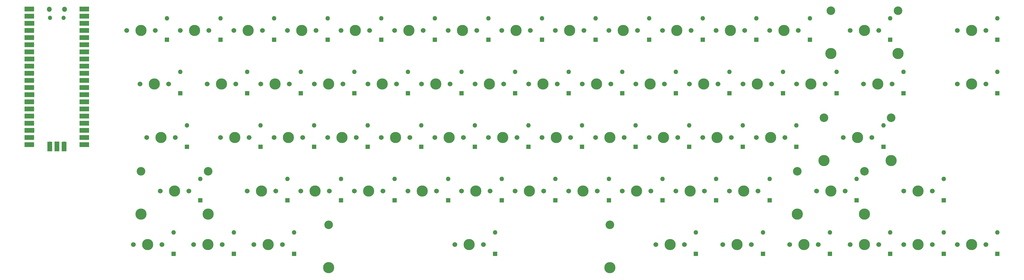
<source format=gbr>
%TF.GenerationSoftware,KiCad,Pcbnew,9.0.0*%
%TF.CreationDate,2025-03-16T11:43:05-04:00*%
%TF.ProjectId,big-board,6269672d-626f-4617-9264-2e6b69636164,rev?*%
%TF.SameCoordinates,Original*%
%TF.FileFunction,Soldermask,Top*%
%TF.FilePolarity,Negative*%
%FSLAX46Y46*%
G04 Gerber Fmt 4.6, Leading zero omitted, Abs format (unit mm)*
G04 Created by KiCad (PCBNEW 9.0.0) date 2025-03-16 11:43:05*
%MOMM*%
%LPD*%
G01*
G04 APERTURE LIST*
%ADD10C,1.701800*%
%ADD11C,3.987800*%
%ADD12C,3.048000*%
%ADD13O,1.800000X1.800000*%
%ADD14O,1.500000X1.500000*%
%ADD15O,1.700000X1.700000*%
%ADD16R,3.500000X1.700000*%
%ADD17R,1.700000X1.700000*%
%ADD18R,1.700000X3.500000*%
%ADD19R,1.600000X1.600000*%
%ADD20O,1.600000X1.600000*%
G04 APERTURE END LIST*
D10*
%TO.C,SW34*%
X140017500Y-157480000D03*
D11*
X145097500Y-157480000D03*
D10*
X150177500Y-157480000D03*
%TD*%
D12*
%TO.C,SW14*%
X318897000Y-112395000D03*
D11*
X318897000Y-127635000D03*
D10*
X325755000Y-119380000D03*
D11*
X330835000Y-119380000D03*
D10*
X335915000Y-119380000D03*
D12*
X342773000Y-112395000D03*
D11*
X342773000Y-127635000D03*
%TD*%
D10*
%TO.C,SW29*%
X330517500Y-138430000D03*
D11*
X335597500Y-138430000D03*
D10*
X340677500Y-138430000D03*
%TD*%
%TO.C,SW36*%
X178117500Y-157480000D03*
D11*
X183197500Y-157480000D03*
D10*
X188277500Y-157480000D03*
%TD*%
D12*
%TO.C,SW55*%
X306990750Y-169545000D03*
D11*
X306990750Y-184785000D03*
D10*
X313848750Y-176530000D03*
D11*
X318928750Y-176530000D03*
D10*
X324008750Y-176530000D03*
D12*
X330866750Y-169545000D03*
D11*
X330866750Y-184785000D03*
%TD*%
D10*
%TO.C,SW4*%
X125730000Y-119380000D03*
D11*
X130810000Y-119380000D03*
D10*
X135890000Y-119380000D03*
%TD*%
%TO.C,SW42*%
X292417500Y-157480000D03*
D11*
X297497500Y-157480000D03*
D10*
X302577500Y-157480000D03*
%TD*%
%TO.C,SW20*%
X154305000Y-138430000D03*
D11*
X159385000Y-138430000D03*
D10*
X164465000Y-138430000D03*
%TD*%
%TO.C,SW18*%
X116205000Y-138430000D03*
D11*
X121285000Y-138430000D03*
D10*
X126365000Y-138430000D03*
%TD*%
%TO.C,SW40*%
X254317500Y-157480000D03*
D11*
X259397500Y-157480000D03*
D10*
X264477500Y-157480000D03*
%TD*%
%TO.C,SW64*%
X325755000Y-195580000D03*
D11*
X330835000Y-195580000D03*
D10*
X335915000Y-195580000D03*
%TD*%
%TO.C,SW37*%
X197167500Y-157480000D03*
D11*
X202247500Y-157480000D03*
D10*
X207327500Y-157480000D03*
%TD*%
%TO.C,SW17*%
X97155000Y-138430000D03*
D11*
X102235000Y-138430000D03*
D10*
X107315000Y-138430000D03*
%TD*%
%TO.C,SW1*%
X68580000Y-119380000D03*
D11*
X73660000Y-119380000D03*
D10*
X78740000Y-119380000D03*
%TD*%
%TO.C,SW12*%
X278130000Y-119380000D03*
D11*
X283210000Y-119380000D03*
D10*
X288290000Y-119380000D03*
%TD*%
%TO.C,SW38*%
X216217500Y-157480000D03*
D11*
X221297500Y-157480000D03*
D10*
X226377500Y-157480000D03*
%TD*%
D12*
%TO.C,SW43*%
X316515750Y-150495000D03*
D11*
X316515750Y-165735000D03*
D10*
X323373750Y-157480000D03*
D11*
X328453750Y-157480000D03*
D10*
X333533750Y-157480000D03*
D12*
X340391750Y-150495000D03*
D11*
X340391750Y-165735000D03*
%TD*%
D10*
%TO.C,SW5*%
X144780000Y-119380000D03*
D11*
X149860000Y-119380000D03*
D10*
X154940000Y-119380000D03*
%TD*%
%TO.C,SW45*%
X111442500Y-176530000D03*
D11*
X116522500Y-176530000D03*
D10*
X121602500Y-176530000D03*
%TD*%
%TO.C,SW54*%
X282892500Y-176530000D03*
D11*
X287972500Y-176530000D03*
D10*
X293052500Y-176530000D03*
%TD*%
%TO.C,SW32*%
X101917500Y-157480000D03*
D11*
X106997500Y-157480000D03*
D10*
X112077500Y-157480000D03*
%TD*%
%TO.C,SW25*%
X249555000Y-138430000D03*
D11*
X254635000Y-138430000D03*
D10*
X259715000Y-138430000D03*
%TD*%
%TO.C,SW10*%
X240030000Y-119380000D03*
D11*
X245110000Y-119380000D03*
D10*
X250190000Y-119380000D03*
%TD*%
%TO.C,SW8*%
X201930000Y-119380000D03*
D11*
X207010000Y-119380000D03*
D10*
X212090000Y-119380000D03*
%TD*%
%TO.C,SW21*%
X173355000Y-138430000D03*
D11*
X178435000Y-138430000D03*
D10*
X183515000Y-138430000D03*
%TD*%
%TO.C,SW39*%
X235267500Y-157480000D03*
D11*
X240347500Y-157480000D03*
D10*
X245427500Y-157480000D03*
%TD*%
%TO.C,SW46*%
X130492500Y-176530000D03*
D11*
X135572500Y-176530000D03*
D10*
X140652500Y-176530000D03*
%TD*%
%TO.C,SW58*%
X92392500Y-195580000D03*
D11*
X97472500Y-195580000D03*
D10*
X102552500Y-195580000D03*
%TD*%
%TO.C,SW13*%
X297180000Y-119380000D03*
D11*
X302260000Y-119380000D03*
D10*
X307340000Y-119380000D03*
%TD*%
%TO.C,SW11*%
X259080000Y-119380000D03*
D11*
X264160000Y-119380000D03*
D10*
X269240000Y-119380000D03*
%TD*%
%TO.C,SW47*%
X149542500Y-176530000D03*
D11*
X154622500Y-176530000D03*
D10*
X159702500Y-176530000D03*
%TD*%
%TO.C,SW53*%
X263842500Y-176530000D03*
D11*
X268922500Y-176530000D03*
D10*
X274002500Y-176530000D03*
%TD*%
%TO.C,SW66*%
X363855000Y-195580000D03*
D11*
X368935000Y-195580000D03*
D10*
X374015000Y-195580000D03*
%TD*%
%TO.C,SW27*%
X287655000Y-138430000D03*
D11*
X292735000Y-138430000D03*
D10*
X297815000Y-138430000D03*
%TD*%
%TO.C,SW50*%
X206692500Y-176530000D03*
D11*
X211772500Y-176530000D03*
D10*
X216852500Y-176530000D03*
%TD*%
%TO.C,SW26*%
X268605000Y-138430000D03*
D11*
X273685000Y-138430000D03*
D10*
X278765000Y-138430000D03*
%TD*%
%TO.C,SW62*%
X280511250Y-195580000D03*
D11*
X285591250Y-195580000D03*
D10*
X290671250Y-195580000D03*
%TD*%
%TO.C,SW35*%
X159067500Y-157480000D03*
D11*
X164147500Y-157480000D03*
D10*
X169227500Y-157480000D03*
%TD*%
%TO.C,SW24*%
X230505000Y-138430000D03*
D11*
X235585000Y-138430000D03*
D10*
X240665000Y-138430000D03*
%TD*%
%TO.C,SW28*%
X306705000Y-138430000D03*
D11*
X311785000Y-138430000D03*
D10*
X316865000Y-138430000D03*
%TD*%
%TO.C,SW57*%
X70961250Y-195580000D03*
D11*
X76041250Y-195580000D03*
D10*
X81121250Y-195580000D03*
%TD*%
%TO.C,SW33*%
X120967500Y-157480000D03*
D11*
X126047500Y-157480000D03*
D10*
X131127500Y-157480000D03*
%TD*%
%TO.C,SW7*%
X182880000Y-119380000D03*
D11*
X187960000Y-119380000D03*
D10*
X193040000Y-119380000D03*
%TD*%
%TO.C,SW2*%
X87630000Y-119380000D03*
D11*
X92710000Y-119380000D03*
D10*
X97790000Y-119380000D03*
%TD*%
%TO.C,SW65*%
X344805000Y-195580000D03*
D11*
X349885000Y-195580000D03*
D10*
X354965000Y-195580000D03*
%TD*%
%TO.C,SW63*%
X304323750Y-195580000D03*
D11*
X309403750Y-195580000D03*
D10*
X314483750Y-195580000D03*
%TD*%
D12*
%TO.C,SW44*%
X73628250Y-169545000D03*
D11*
X73628250Y-184785000D03*
D10*
X80486250Y-176530000D03*
D11*
X85566250Y-176530000D03*
D10*
X90646250Y-176530000D03*
D12*
X97504250Y-169545000D03*
D11*
X97504250Y-184785000D03*
%TD*%
D10*
%TO.C,SW22*%
X192405000Y-138430000D03*
D11*
X197485000Y-138430000D03*
D10*
X202565000Y-138430000D03*
%TD*%
%TO.C,SW52*%
X244792500Y-176530000D03*
D11*
X249872500Y-176530000D03*
D10*
X254952500Y-176530000D03*
%TD*%
%TO.C,SW3*%
X106680000Y-119380000D03*
D11*
X111760000Y-119380000D03*
D10*
X116840000Y-119380000D03*
%TD*%
%TO.C,SW19*%
X135255000Y-138430000D03*
D11*
X140335000Y-138430000D03*
D10*
X145415000Y-138430000D03*
%TD*%
%TO.C,SW56*%
X344805000Y-176530000D03*
D11*
X349885000Y-176530000D03*
D10*
X354965000Y-176530000D03*
%TD*%
%TO.C,SW51*%
X225742500Y-176530000D03*
D11*
X230822500Y-176530000D03*
D10*
X235902500Y-176530000D03*
%TD*%
%TO.C,SW31*%
X75723750Y-157480000D03*
D11*
X80803750Y-157480000D03*
D10*
X85883750Y-157480000D03*
%TD*%
%TO.C,SW9*%
X220980000Y-119380000D03*
D11*
X226060000Y-119380000D03*
D10*
X231140000Y-119380000D03*
%TD*%
%TO.C,SW15*%
X363855000Y-119380000D03*
D11*
X368935000Y-119380000D03*
D10*
X374015000Y-119380000D03*
%TD*%
%TO.C,SW61*%
X256698750Y-195580000D03*
D11*
X261778750Y-195580000D03*
D10*
X266858750Y-195580000D03*
%TD*%
%TO.C,SW49*%
X187642500Y-176530000D03*
D11*
X192722500Y-176530000D03*
D10*
X197802500Y-176530000D03*
%TD*%
D12*
%TO.C,SW60*%
X140341250Y-188595000D03*
D11*
X140341250Y-203835000D03*
D10*
X185261250Y-195580000D03*
D11*
X190341250Y-195580000D03*
D10*
X195421250Y-195580000D03*
D12*
X240341250Y-188595000D03*
D11*
X240341250Y-203835000D03*
%TD*%
D13*
%TO.C,U1*%
X41015000Y-111870000D03*
D14*
X41315000Y-114900000D03*
X46165000Y-114900000D03*
D13*
X46465000Y-111870000D03*
D15*
X34850000Y-111740000D03*
D16*
X33950000Y-111740000D03*
D15*
X34850000Y-114280000D03*
D16*
X33950000Y-114280000D03*
D17*
X34850000Y-116820000D03*
D16*
X33950000Y-116820000D03*
D15*
X34850000Y-119360000D03*
D16*
X33950000Y-119360000D03*
D15*
X34850000Y-121900000D03*
D16*
X33950000Y-121900000D03*
D15*
X34850000Y-124440000D03*
D16*
X33950000Y-124440000D03*
D15*
X34850000Y-126980000D03*
D16*
X33950000Y-126980000D03*
D17*
X34850000Y-129520000D03*
D16*
X33950000Y-129520000D03*
D15*
X34850000Y-132060000D03*
D16*
X33950000Y-132060000D03*
D15*
X34850000Y-134600000D03*
D16*
X33950000Y-134600000D03*
D15*
X34850000Y-137140000D03*
D16*
X33950000Y-137140000D03*
D15*
X34850000Y-139680000D03*
D16*
X33950000Y-139680000D03*
D17*
X34850000Y-142220000D03*
D16*
X33950000Y-142220000D03*
D15*
X34850000Y-144760000D03*
D16*
X33950000Y-144760000D03*
D15*
X34850000Y-147300000D03*
D16*
X33950000Y-147300000D03*
D15*
X34850000Y-149840000D03*
D16*
X33950000Y-149840000D03*
D15*
X34850000Y-152380000D03*
D16*
X33950000Y-152380000D03*
D17*
X34850000Y-154920000D03*
D16*
X33950000Y-154920000D03*
D15*
X34850000Y-157460000D03*
D16*
X33950000Y-157460000D03*
D15*
X34850000Y-160000000D03*
D16*
X33950000Y-160000000D03*
D15*
X52630000Y-160000000D03*
D16*
X53530000Y-160000000D03*
D15*
X52630000Y-157460000D03*
D16*
X53530000Y-157460000D03*
D17*
X52630000Y-154920000D03*
D16*
X53530000Y-154920000D03*
D15*
X52630000Y-152380000D03*
D16*
X53530000Y-152380000D03*
D15*
X52630000Y-149840000D03*
D16*
X53530000Y-149840000D03*
D15*
X52630000Y-147300000D03*
D16*
X53530000Y-147300000D03*
D15*
X52630000Y-144760000D03*
D16*
X53530000Y-144760000D03*
D17*
X52630000Y-142220000D03*
D16*
X53530000Y-142220000D03*
D15*
X52630000Y-139680000D03*
D16*
X53530000Y-139680000D03*
D15*
X52630000Y-137140000D03*
D16*
X53530000Y-137140000D03*
D15*
X52630000Y-134600000D03*
D16*
X53530000Y-134600000D03*
D15*
X52630000Y-132060000D03*
D16*
X53530000Y-132060000D03*
D17*
X52630000Y-129520000D03*
D16*
X53530000Y-129520000D03*
D15*
X52630000Y-126980000D03*
D16*
X53530000Y-126980000D03*
D15*
X52630000Y-124440000D03*
D16*
X53530000Y-124440000D03*
D15*
X52630000Y-121900000D03*
D16*
X53530000Y-121900000D03*
D15*
X52630000Y-119360000D03*
D16*
X53530000Y-119360000D03*
D17*
X52630000Y-116820000D03*
D16*
X53530000Y-116820000D03*
D15*
X52630000Y-114280000D03*
D16*
X53530000Y-114280000D03*
D15*
X52630000Y-111740000D03*
D16*
X53530000Y-111740000D03*
D15*
X41200000Y-159770000D03*
D18*
X41200000Y-160670000D03*
D17*
X43740000Y-159770000D03*
D18*
X43740000Y-160670000D03*
D15*
X46280000Y-159770000D03*
D18*
X46280000Y-160670000D03*
%TD*%
D10*
%TO.C,SW59*%
X113823750Y-195580000D03*
D11*
X118903750Y-195580000D03*
D10*
X123983750Y-195580000D03*
%TD*%
%TO.C,SW48*%
X168592500Y-176530000D03*
D11*
X173672500Y-176530000D03*
D10*
X178752500Y-176530000D03*
%TD*%
%TO.C,SW30*%
X363855000Y-138430000D03*
D11*
X368935000Y-138430000D03*
D10*
X374015000Y-138430000D03*
%TD*%
%TO.C,SW6*%
X163830000Y-119380000D03*
D11*
X168910000Y-119380000D03*
D10*
X173990000Y-119380000D03*
%TD*%
%TO.C,SW41*%
X273367500Y-157480000D03*
D11*
X278447500Y-157480000D03*
D10*
X283527500Y-157480000D03*
%TD*%
%TO.C,SW16*%
X73342500Y-138430000D03*
D11*
X78422500Y-138430000D03*
D10*
X83502500Y-138430000D03*
%TD*%
%TO.C,SW23*%
X211455000Y-138430000D03*
D11*
X216535000Y-138430000D03*
D10*
X221615000Y-138430000D03*
%TD*%
D19*
%TO.C,D47*%
X163812500Y-179800000D03*
D20*
X163812500Y-172180000D03*
%TD*%
D19*
%TO.C,D27*%
X301925000Y-141700000D03*
D20*
X301925000Y-134080000D03*
%TD*%
D19*
%TO.C,D37*%
X211437500Y-160750000D03*
D20*
X211437500Y-153130000D03*
%TD*%
D19*
%TO.C,D2*%
X82850000Y-122650000D03*
D20*
X82850000Y-115030000D03*
%TD*%
D19*
%TO.C,D54*%
X297162500Y-179800000D03*
D20*
X297162500Y-172180000D03*
%TD*%
D19*
%TO.C,D1*%
X101900000Y-122650000D03*
D20*
X101900000Y-115030000D03*
%TD*%
D19*
%TO.C,D13*%
X311450000Y-122650000D03*
D20*
X311450000Y-115030000D03*
%TD*%
D19*
%TO.C,D12*%
X292400000Y-122650000D03*
D20*
X292400000Y-115030000D03*
%TD*%
D19*
%TO.C,D6*%
X178100000Y-122650000D03*
D20*
X178100000Y-115030000D03*
%TD*%
D19*
%TO.C,D55*%
X328118750Y-179800000D03*
D20*
X328118750Y-172180000D03*
%TD*%
D19*
%TO.C,D56*%
X359075000Y-179800000D03*
D20*
X359075000Y-172180000D03*
%TD*%
D19*
%TO.C,D16*%
X87612500Y-141700000D03*
D20*
X87612500Y-134080000D03*
%TD*%
D19*
%TO.C,D5*%
X159050000Y-122650000D03*
D20*
X159050000Y-115030000D03*
%TD*%
D19*
%TO.C,D19*%
X149525000Y-141700000D03*
D20*
X149525000Y-134080000D03*
%TD*%
D19*
%TO.C,D38*%
X230487500Y-160750000D03*
D20*
X230487500Y-153130000D03*
%TD*%
D19*
%TO.C,D49*%
X201912500Y-179800000D03*
D20*
X201912500Y-172180000D03*
%TD*%
D19*
%TO.C,D31*%
X89993750Y-160750000D03*
D20*
X89993750Y-153130000D03*
%TD*%
D19*
%TO.C,D9*%
X235250000Y-122650000D03*
D20*
X235250000Y-115030000D03*
%TD*%
D19*
%TO.C,D50*%
X220962500Y-179800000D03*
D20*
X220962500Y-172180000D03*
%TD*%
D19*
%TO.C,D24*%
X244775000Y-141700000D03*
D20*
X244775000Y-134080000D03*
%TD*%
D19*
%TO.C,D25*%
X263825000Y-141700000D03*
D20*
X263825000Y-134080000D03*
%TD*%
D19*
%TO.C,D21*%
X187625000Y-141700000D03*
D20*
X187625000Y-134080000D03*
%TD*%
D19*
%TO.C,D61*%
X270968750Y-198850000D03*
D20*
X270968750Y-191230000D03*
%TD*%
D19*
%TO.C,D51*%
X240012500Y-179800000D03*
D20*
X240012500Y-172180000D03*
%TD*%
D19*
%TO.C,D52*%
X259062500Y-179800000D03*
D20*
X259062500Y-172180000D03*
%TD*%
D19*
%TO.C,D3*%
X120950000Y-122650000D03*
D20*
X120950000Y-115030000D03*
%TD*%
D19*
%TO.C,D39*%
X249537500Y-160750000D03*
D20*
X249537500Y-153130000D03*
%TD*%
D19*
%TO.C,D63*%
X318593750Y-198850000D03*
D20*
X318593750Y-191230000D03*
%TD*%
D19*
%TO.C,D59*%
X128093750Y-198850000D03*
D20*
X128093750Y-191230000D03*
%TD*%
D19*
%TO.C,D17*%
X111425000Y-141700000D03*
D20*
X111425000Y-134080000D03*
%TD*%
D19*
%TO.C,D33*%
X135237500Y-160750000D03*
D20*
X135237500Y-153130000D03*
%TD*%
D19*
%TO.C,D58*%
X106662500Y-198850000D03*
D20*
X106662500Y-191230000D03*
%TD*%
D19*
%TO.C,D7*%
X197150000Y-122650000D03*
D20*
X197150000Y-115030000D03*
%TD*%
D19*
%TO.C,D26*%
X282875000Y-141700000D03*
D20*
X282875000Y-134080000D03*
%TD*%
D19*
%TO.C,D20*%
X168575000Y-141700000D03*
D20*
X168575000Y-134080000D03*
%TD*%
D19*
%TO.C,D15*%
X378125000Y-122650000D03*
D20*
X378125000Y-115030000D03*
%TD*%
D19*
%TO.C,D4*%
X140000000Y-122650000D03*
D20*
X140000000Y-115030000D03*
%TD*%
D19*
%TO.C,D65*%
X359075000Y-198850000D03*
D20*
X359075000Y-191230000D03*
%TD*%
D19*
%TO.C,D8*%
X216200000Y-122650000D03*
D20*
X216200000Y-115030000D03*
%TD*%
D19*
%TO.C,D14*%
X340025000Y-122650000D03*
D20*
X340025000Y-115030000D03*
%TD*%
D19*
%TO.C,D62*%
X294781250Y-198850000D03*
D20*
X294781250Y-191230000D03*
%TD*%
D19*
%TO.C,D30*%
X378125000Y-141700000D03*
D20*
X378125000Y-134080000D03*
%TD*%
D19*
%TO.C,D36*%
X192387500Y-160750000D03*
D20*
X192387500Y-153130000D03*
%TD*%
D19*
%TO.C,D35*%
X173337500Y-160750000D03*
D20*
X173337500Y-153130000D03*
%TD*%
D19*
%TO.C,D34*%
X154287500Y-160750000D03*
D20*
X154287500Y-153130000D03*
%TD*%
D19*
%TO.C,D43*%
X337643750Y-160750000D03*
D20*
X337643750Y-153130000D03*
%TD*%
D19*
%TO.C,D48*%
X182862500Y-179800000D03*
D20*
X182862500Y-172180000D03*
%TD*%
D19*
%TO.C,D57*%
X85231250Y-198850000D03*
D20*
X85231250Y-191230000D03*
%TD*%
D19*
%TO.C,D66*%
X378125000Y-198850000D03*
D20*
X378125000Y-191230000D03*
%TD*%
D19*
%TO.C,D40*%
X268587500Y-160750000D03*
D20*
X268587500Y-153130000D03*
%TD*%
D19*
%TO.C,D44*%
X94756250Y-179800000D03*
D20*
X94756250Y-172180000D03*
%TD*%
D19*
%TO.C,D41*%
X287637500Y-160750000D03*
D20*
X287637500Y-153130000D03*
%TD*%
D19*
%TO.C,D32*%
X116187500Y-160750000D03*
D20*
X116187500Y-153130000D03*
%TD*%
D19*
%TO.C,D11*%
X273350000Y-122650000D03*
D20*
X273350000Y-115030000D03*
%TD*%
D19*
%TO.C,D29*%
X344787500Y-141700000D03*
D20*
X344787500Y-134080000D03*
%TD*%
D19*
%TO.C,D22*%
X206675000Y-141700000D03*
D20*
X206675000Y-134080000D03*
%TD*%
D19*
%TO.C,D23*%
X225725000Y-141700000D03*
D20*
X225725000Y-134080000D03*
%TD*%
D19*
%TO.C,D42*%
X306687500Y-160750000D03*
D20*
X306687500Y-153130000D03*
%TD*%
D19*
%TO.C,D64*%
X340025000Y-198850000D03*
D20*
X340025000Y-191230000D03*
%TD*%
D19*
%TO.C,D10*%
X254300000Y-122650000D03*
D20*
X254300000Y-115030000D03*
%TD*%
D19*
%TO.C,D18*%
X130475000Y-141700000D03*
D20*
X130475000Y-134080000D03*
%TD*%
D19*
%TO.C,D53*%
X278112500Y-179800000D03*
D20*
X278112500Y-172180000D03*
%TD*%
D19*
%TO.C,D45*%
X125712500Y-179800000D03*
D20*
X125712500Y-172180000D03*
%TD*%
D19*
%TO.C,D46*%
X144762500Y-179800000D03*
D20*
X144762500Y-172180000D03*
%TD*%
D19*
%TO.C,D60*%
X199531250Y-198850000D03*
D20*
X199531250Y-191230000D03*
%TD*%
D19*
%TO.C,D28*%
X320975000Y-141700000D03*
D20*
X320975000Y-134080000D03*
%TD*%
M02*

</source>
